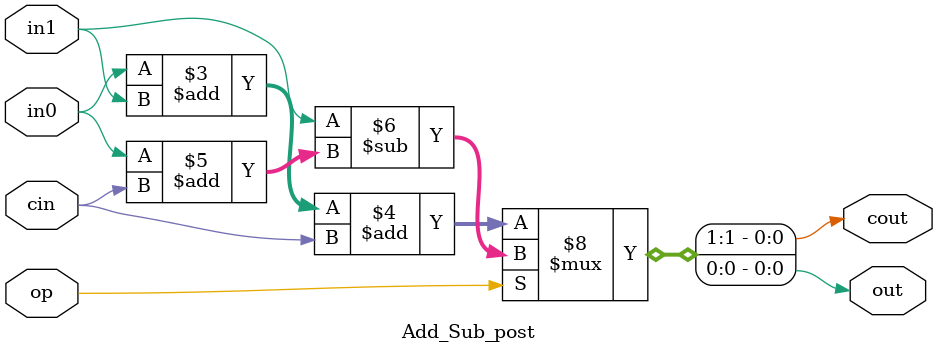
<source format=v>
module Add_Sub_post(in0,in1,cin,op,out,cout);
parameter ADD_SUB_SIZE=1;
input [ADD_SUB_SIZE-1:0] in0 , in1;
input op;
input cin;
output reg [ADD_SUB_SIZE-1:0] out;
output reg cout;
always @(*) begin
 if(op==0) begin
  {cout,out}=in0+in1+cin;
 end
 else begin
  {cout,out}=in1-(in0+cin); //z-(x+CIN)
 end
end
endmodule

</source>
